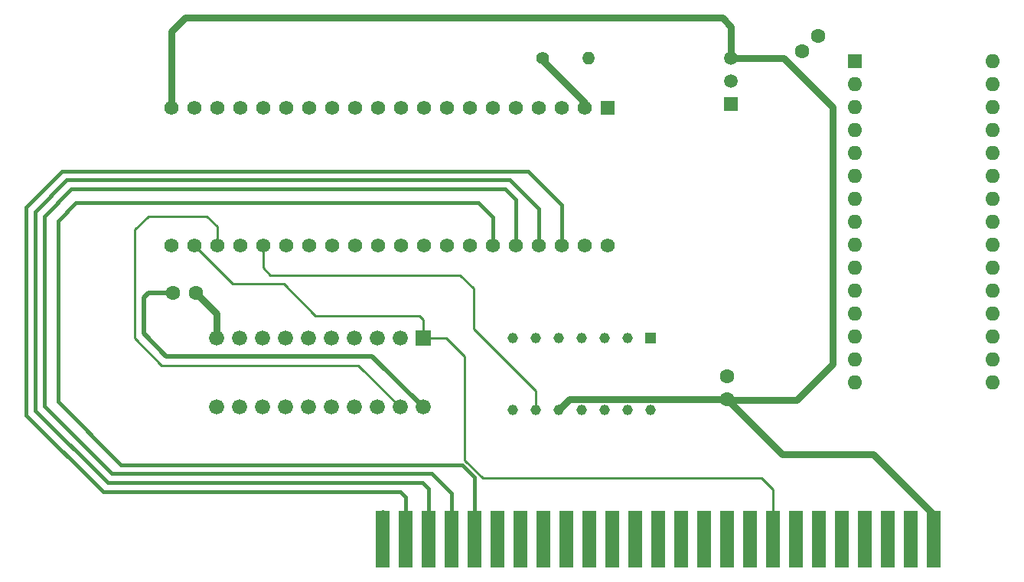
<source format=gbr>
G04 #@! TF.GenerationSoftware,KiCad,Pcbnew,8.99.0-unknown-5c22162d85~178~ubuntu22.04.1*
G04 #@! TF.CreationDate,2024-07-16T15:48:16+01:00*
G04 #@! TF.ProjectId,Leguino,4c656775-696e-46f2-9e6b-696361645f70,1.0.1*
G04 #@! TF.SameCoordinates,Original*
G04 #@! TF.FileFunction,Copper,L1,Top*
G04 #@! TF.FilePolarity,Positive*
%FSLAX46Y46*%
G04 Gerber Fmt 4.6, Leading zero omitted, Abs format (unit mm)*
G04 Created by KiCad (PCBNEW 8.99.0-unknown-5c22162d85~178~ubuntu22.04.1) date 2024-07-16 15:48:16*
%MOMM*%
%LPD*%
G01*
G04 APERTURE LIST*
G04 #@! TA.AperFunction,SMDPad,CuDef*
%ADD10R,1.524000X6.350000*%
G04 #@! TD*
G04 #@! TA.AperFunction,ComponentPad*
%ADD11C,1.400000*%
G04 #@! TD*
G04 #@! TA.AperFunction,ComponentPad*
%ADD12O,1.400000X1.400000*%
G04 #@! TD*
G04 #@! TA.AperFunction,ComponentPad*
%ADD13C,1.575000*%
G04 #@! TD*
G04 #@! TA.AperFunction,ComponentPad*
%ADD14R,1.575000X1.575000*%
G04 #@! TD*
G04 #@! TA.AperFunction,ComponentPad*
%ADD15R,1.500000X1.500000*%
G04 #@! TD*
G04 #@! TA.AperFunction,ComponentPad*
%ADD16C,1.500000*%
G04 #@! TD*
G04 #@! TA.AperFunction,ComponentPad*
%ADD17R,1.170000X1.170000*%
G04 #@! TD*
G04 #@! TA.AperFunction,ComponentPad*
%ADD18C,1.170000*%
G04 #@! TD*
G04 #@! TA.AperFunction,ComponentPad*
%ADD19R,1.676400X1.676400*%
G04 #@! TD*
G04 #@! TA.AperFunction,ComponentPad*
%ADD20C,1.676400*%
G04 #@! TD*
G04 #@! TA.AperFunction,ComponentPad*
%ADD21R,1.600000X1.600000*%
G04 #@! TD*
G04 #@! TA.AperFunction,ComponentPad*
%ADD22O,1.600000X1.600000*%
G04 #@! TD*
G04 #@! TA.AperFunction,ComponentPad*
%ADD23C,1.600000*%
G04 #@! TD*
G04 #@! TA.AperFunction,Conductor*
%ADD24C,0.250000*%
G04 #@! TD*
G04 #@! TA.AperFunction,Conductor*
%ADD25C,0.400000*%
G04 #@! TD*
G04 #@! TA.AperFunction,Conductor*
%ADD26C,0.800000*%
G04 #@! TD*
G04 #@! TA.AperFunction,Conductor*
%ADD27C,0.500000*%
G04 #@! TD*
G04 APERTURE END LIST*
D10*
X170180000Y-128397000D03*
X172720000Y-128397000D03*
X175260000Y-128397000D03*
X177800000Y-128397000D03*
X180340000Y-128397000D03*
X182880000Y-128397000D03*
X185420000Y-128397000D03*
X187960000Y-128397000D03*
X190500000Y-128397000D03*
X193040000Y-128397000D03*
X195580000Y-128397000D03*
X198120000Y-128397000D03*
X200660000Y-128397000D03*
X203200000Y-128397000D03*
X205740000Y-128397000D03*
X208280000Y-128397000D03*
X210820000Y-128397000D03*
X213360000Y-128397000D03*
X215900000Y-128397000D03*
X218440000Y-128397000D03*
X220980000Y-128397000D03*
X223520000Y-128397000D03*
X226060000Y-128397000D03*
X228600000Y-128397000D03*
X231140000Y-128397000D03*
D11*
X187846396Y-75113604D03*
D12*
X192926396Y-75113604D03*
D13*
X146814490Y-80613604D03*
X156974490Y-95853604D03*
X189994490Y-80613604D03*
X187454490Y-80613604D03*
X184914490Y-80613604D03*
X182374490Y-80613604D03*
X179834490Y-80613604D03*
X177294490Y-80613604D03*
X174754490Y-80613604D03*
X146814490Y-95853604D03*
X149354490Y-95853604D03*
X151894490Y-95853604D03*
X179834490Y-95853604D03*
X182374490Y-95853604D03*
X184914490Y-95853604D03*
X187454490Y-95853604D03*
X189994490Y-95853604D03*
X192534490Y-95853604D03*
X195074490Y-95853604D03*
X151894490Y-80613604D03*
X149354490Y-80613604D03*
X154434490Y-95853604D03*
X177294490Y-95853604D03*
X174754490Y-95853604D03*
X172214490Y-95853604D03*
X169674490Y-95853604D03*
X167134490Y-95853604D03*
X164594490Y-95853604D03*
X162054490Y-95853604D03*
X159514490Y-95853604D03*
X192534490Y-80613604D03*
X172214490Y-80613604D03*
X169674490Y-80613604D03*
X167134490Y-80613604D03*
X164594490Y-80613604D03*
X162054490Y-80613604D03*
X159514490Y-80613604D03*
X156974490Y-80613604D03*
X154434490Y-80613604D03*
D14*
X195074490Y-80613604D03*
D15*
X208746396Y-80153604D03*
D16*
X208746396Y-77613604D03*
X208746396Y-75073604D03*
D17*
X199794490Y-106113604D03*
D18*
X197254490Y-106113604D03*
X194714490Y-106113604D03*
X192174490Y-106113604D03*
X189634490Y-106113604D03*
X187094490Y-106113604D03*
X184554490Y-106113604D03*
X184554490Y-114053604D03*
X187094490Y-114053604D03*
X189634490Y-114053604D03*
X192174490Y-114053604D03*
X194714490Y-114053604D03*
X197254490Y-114053604D03*
X199794490Y-114053604D03*
D19*
X174666396Y-106113604D03*
D20*
X172126396Y-106113604D03*
X169586396Y-106113604D03*
X167046396Y-106113604D03*
X164506396Y-106113604D03*
X161966396Y-106113604D03*
X159426396Y-106113604D03*
X156886396Y-106113604D03*
X154346396Y-106113604D03*
X151806396Y-106113604D03*
X151806396Y-113733604D03*
X154346396Y-113733604D03*
X156886396Y-113733604D03*
X159426396Y-113733604D03*
X161966396Y-113733604D03*
X164506396Y-113733604D03*
X167046396Y-113733604D03*
X169586396Y-113733604D03*
X172126396Y-113733604D03*
X174666396Y-113733604D03*
D21*
X222390000Y-75450000D03*
D22*
X222390000Y-77990000D03*
X222390000Y-80530000D03*
X222390000Y-83070000D03*
X222390000Y-85610000D03*
X222390000Y-88150000D03*
X222390000Y-90690000D03*
X222390000Y-93230000D03*
X222390000Y-95770000D03*
X222390000Y-98310000D03*
X222390000Y-100850000D03*
X222390000Y-103390000D03*
X222390000Y-105930000D03*
X222390000Y-108470000D03*
X222390000Y-111010000D03*
X237630000Y-111010000D03*
X237630000Y-108470000D03*
X237630000Y-105930000D03*
X237630000Y-103390000D03*
X237630000Y-100850000D03*
X237630000Y-98310000D03*
X237630000Y-95770000D03*
X237630000Y-93230000D03*
X237630000Y-90690000D03*
X237630000Y-88150000D03*
X237630000Y-85610000D03*
X237630000Y-83070000D03*
X237630000Y-80530000D03*
X237630000Y-77990000D03*
X237630000Y-75450000D03*
D23*
X208254490Y-110363604D03*
X208254490Y-112863604D03*
X216616116Y-74383884D03*
X218383883Y-72616117D03*
X147004490Y-101113604D03*
X149504490Y-101113604D03*
D24*
X156974490Y-95853604D02*
X156974490Y-98333604D01*
X180254490Y-100613604D02*
X180254490Y-105113604D01*
X157754490Y-99113604D02*
X178754490Y-99113604D01*
X156974490Y-98333604D02*
X157754490Y-99113604D01*
X187094490Y-111953604D02*
X187094490Y-114053604D01*
X180254490Y-105113604D02*
X187094490Y-111953604D01*
X178754490Y-99113604D02*
X180254490Y-100613604D01*
X150754490Y-92613604D02*
X144254490Y-92613604D01*
X142754490Y-94113604D02*
X142754490Y-106113604D01*
X142754490Y-106113604D02*
X145754490Y-109113604D01*
X151894490Y-95853604D02*
X151894490Y-93753604D01*
X144254490Y-92613604D02*
X142754490Y-94113604D01*
X151894490Y-93753604D02*
X150754490Y-92613604D01*
X167506396Y-109113604D02*
X172126396Y-113733604D01*
X145754490Y-109113604D02*
X167506396Y-109113604D01*
D25*
X170180000Y-125327070D02*
X170180000Y-128397000D01*
X139254490Y-123113604D02*
X130754490Y-114613604D01*
X172113604Y-123113604D02*
X139254490Y-123113604D01*
X186254490Y-87613604D02*
X189994490Y-91353604D01*
X172720000Y-128397000D02*
X172720000Y-123720000D01*
X134754490Y-87613604D02*
X186254490Y-87613604D01*
X130754490Y-91613604D02*
X134754490Y-87613604D01*
X189994490Y-91353604D02*
X189994490Y-95853604D01*
X130754490Y-114613604D02*
X130754490Y-91613604D01*
X172720000Y-123720000D02*
X172113604Y-123113604D01*
X184254490Y-88613604D02*
X187454490Y-91813604D01*
X174613604Y-122113604D02*
X139754490Y-122113604D01*
X131754490Y-114113604D02*
X131754490Y-92113604D01*
X187454490Y-91813604D02*
X187454490Y-95853604D01*
X135254490Y-88613604D02*
X184254490Y-88613604D01*
X175260000Y-128397000D02*
X175260000Y-122760000D01*
X139754490Y-122113604D02*
X131754490Y-114113604D01*
X175260000Y-122760000D02*
X174613604Y-122113604D01*
X131754490Y-92113604D02*
X135254490Y-88613604D01*
X184914490Y-90773604D02*
X184914490Y-95853604D01*
X132754490Y-92613604D02*
X135754490Y-89613604D01*
X132754490Y-113613604D02*
X132754490Y-92613604D01*
X183754490Y-89613604D02*
X184914490Y-90773604D01*
X177800000Y-123300000D02*
X175613604Y-121113604D01*
X175613604Y-121113604D02*
X140254490Y-121113604D01*
X135754490Y-89613604D02*
X183754490Y-89613604D01*
X140254490Y-121113604D02*
X132754490Y-113613604D01*
X177800000Y-128397000D02*
X177800000Y-123300000D01*
X136254490Y-91113604D02*
X180754490Y-91113604D01*
X180340000Y-121500000D02*
X178953604Y-120113604D01*
X180754490Y-91113604D02*
X182374490Y-92733604D01*
X178953604Y-120113604D02*
X141254490Y-120113604D01*
X180340000Y-121500000D02*
X180340000Y-128397000D01*
X134254490Y-113113604D02*
X134254490Y-93113604D01*
X134254490Y-93113604D02*
X136254490Y-91113604D01*
X141254490Y-120113604D02*
X134254490Y-113113604D01*
X182374490Y-92733604D02*
X182374490Y-95853604D01*
X182880000Y-126170000D02*
X182880000Y-128397000D01*
X185420000Y-125770000D02*
X185420000Y-128397000D01*
X187960000Y-125770000D02*
X187960000Y-128397000D01*
X190500000Y-125770000D02*
X190500000Y-128397000D01*
D24*
X162754490Y-103613604D02*
X174254490Y-103613604D01*
X174666396Y-106113604D02*
X177254490Y-106113604D01*
X179254490Y-108113604D02*
X179254490Y-119613604D01*
X179254490Y-119613604D02*
X181254490Y-121613604D01*
X159254490Y-100113604D02*
X162754490Y-103613604D01*
X174666396Y-104025510D02*
X174666396Y-106113604D01*
X174254490Y-103613604D02*
X174666396Y-104025510D01*
X177254490Y-106113604D02*
X179254490Y-108113604D01*
X181254490Y-121613604D02*
X212113604Y-121613604D01*
X153614490Y-100113604D02*
X159254490Y-100113604D01*
X213360000Y-122860000D02*
X213360000Y-128397000D01*
X149354490Y-95853604D02*
X153614490Y-100113604D01*
X212113604Y-121613604D02*
X213360000Y-122860000D01*
D26*
X151806396Y-106113604D02*
X151806396Y-103415510D01*
X151806396Y-103415510D02*
X149504490Y-101113604D01*
X208746396Y-75073604D02*
X208746396Y-71605510D01*
X224451604Y-119003604D02*
X214394490Y-119003604D01*
X208254490Y-112863604D02*
X190824490Y-112863604D01*
D27*
X146254490Y-108113604D02*
X169046396Y-108113604D01*
D26*
X208746396Y-71605510D02*
X207754490Y-70613604D01*
X207754490Y-70613604D02*
X148374490Y-70613604D01*
D27*
X143754490Y-101613604D02*
X143754490Y-105613604D01*
D26*
X220000000Y-109000000D02*
X220000000Y-80500000D01*
X214573604Y-75073604D02*
X208746396Y-75073604D01*
X208254490Y-112863604D02*
X208379490Y-112988604D01*
X231140000Y-128397000D02*
X231140000Y-125692000D01*
D27*
X169046396Y-108113604D02*
X174666396Y-113733604D01*
D26*
X231140000Y-125692000D02*
X224451604Y-119003604D01*
X208379490Y-112988604D02*
X216011396Y-112988604D01*
D27*
X144254490Y-101113604D02*
X143754490Y-101613604D01*
D26*
X216011396Y-112988604D02*
X220000000Y-109000000D01*
X146814490Y-72173604D02*
X146814490Y-80613604D01*
X214394490Y-119003604D02*
X208254490Y-112863604D01*
X220000000Y-80500000D02*
X214573604Y-75073604D01*
D27*
X147004490Y-101113604D02*
X144254490Y-101113604D01*
D26*
X190824490Y-112863604D02*
X189634490Y-114053604D01*
X148374490Y-70613604D02*
X146814490Y-72173604D01*
D27*
X143754490Y-105613604D02*
X146254490Y-108113604D01*
D26*
X187846396Y-75113604D02*
X187846396Y-75346396D01*
X192534490Y-80034490D02*
X192534490Y-80613604D01*
X187846396Y-75346396D02*
X192534490Y-80034490D01*
M02*

</source>
